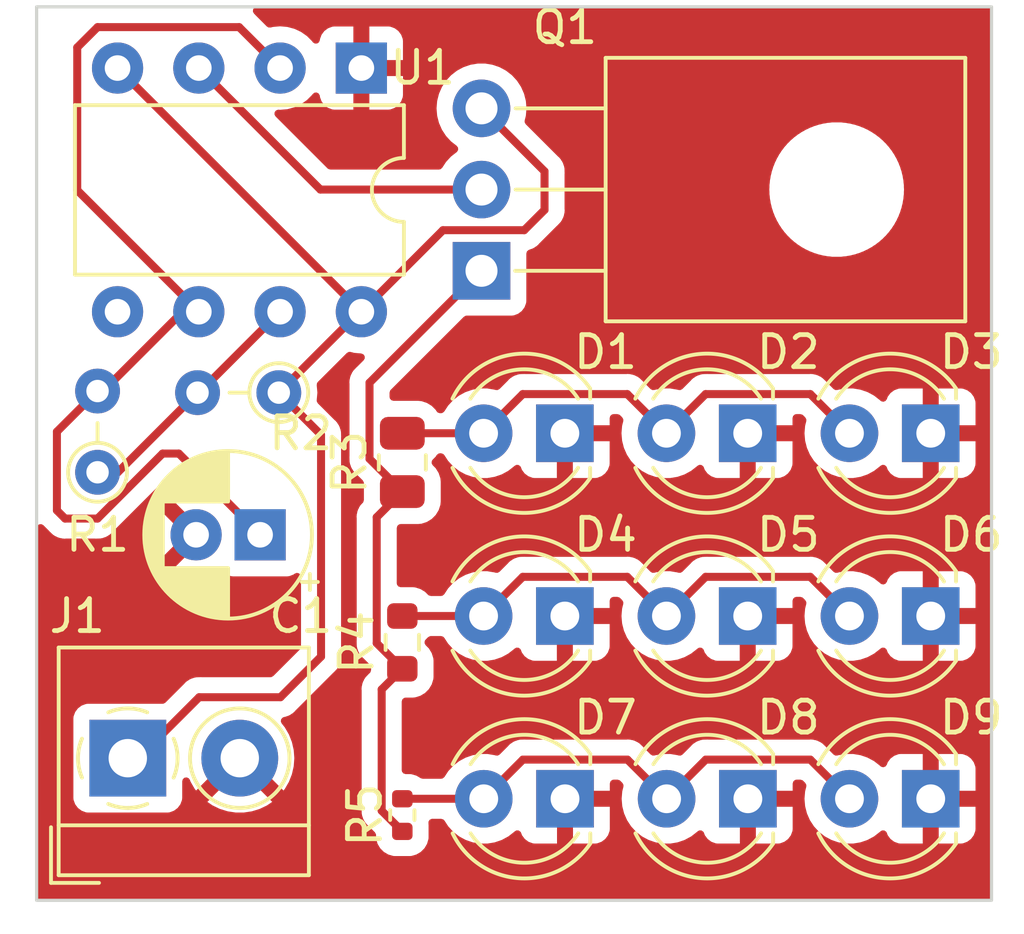
<source format=kicad_pcb>
(kicad_pcb (version 20221018) (generator pcbnew)
  (layers (0 "F.Cu" signal) (31 "B.Cu" signal) (34 "B.Paste" user) (35 "F.Paste" user) (36 "B.SilkS" user "B.Silkscreen") (37 "F.SilkS" user "F.Silkscreen") (38 "B.Mask" user) (39 "F.Mask" user) (44 "Edge.Cuts" user))
  (net 0 "")
  (net 1 "/THR")
  (net 2 "GND")
  (net 3 "+9V")
  (net 4 "Net-(D1-A)")
  (net 5 "Net-(D4-A)")
  (net 6 "Net-(D7-A)")
  (net 7 "Net-(Q1-D)")
  (net 8 "Net-(Q1-G)")
  (net 9 "Net-(U1-DIS)")
  (footprint "Capacitor_THT:CP_Radial_D5.0mm_P2.00mm" (layer "F.Cu") (at 161.29 93.98 180)
    (fp_text reference "C1" (at -1.27 -2.54) (layer "F.SilkS"))
    (fp_text value "10uf")
    (fp_line (start -1.804775 -1.475) (end -1.304775 -1.475) (stroke (width 0.12)) (layer "F.SilkS"))
    (fp_line (start -1.554775 -1.725) (end -1.554775 -1.225) (stroke (width 0.12)) (layer "F.SilkS"))
    (fp_line (start 1 -2.58) (end 1 -1.04) (stroke (width 0.12)) (layer "F.SilkS"))
    (fp_line (start 1 1.04) (end 1 2.58) (stroke (width 0.12)) (layer "F.SilkS"))
    (fp_line (start 1.04 -2.58) (end 1.04 -1.04) (stroke (width 0.12)) (layer "F.SilkS"))
    (fp_line (start 1.04 1.04) (end 1.04 2.58) (stroke (width 0.12)) (layer "F.SilkS"))
    (fp_line (start 1.08 -2.579) (end 1.08 -1.04) (stroke (width 0.12)) (layer "F.SilkS"))
    (fp_line (start 1.08 1.04) (end 1.08 2.579) (stroke (width 0.12)) (layer "F.SilkS"))
    (fp_line (start 1.12 -2.578) (end 1.12 -1.04) (stroke (width 0.12)) (layer "F.SilkS"))
    (fp_line (start 1.12 1.04) (end 1.12 2.578) (stroke (width 0.12)) (layer "F.SilkS"))
    (fp_line (start 1.16 -2.576) (end 1.16 -1.04) (stroke (width 0.12)) (layer "F.SilkS"))
    (fp_line (start 1.16 1.04) (end 1.16 2.576) (stroke (width 0.12)) (layer "F.SilkS"))
    (fp_line (start 1.2 -2.573) (end 1.2 -1.04) (stroke (width 0.12)) (layer "F.SilkS"))
    (fp_line (start 1.2 1.04) (end 1.2 2.573) (stroke (width 0.12)) (layer "F.SilkS"))
    (fp_line (start 1.24 -2.569) (end 1.24 -1.04) (stroke (width 0.12)) (layer "F.SilkS"))
    (fp_line (start 1.24 1.04) (end 1.24 2.569) (stroke (width 0.12)) (layer "F.SilkS"))
    (fp_line (start 1.28 -2.565) (end 1.28 -1.04) (stroke (width 0.12)) (layer "F.SilkS"))
    (fp_line (start 1.28 1.04) (end 1.28 2.565) (stroke (width 0.12)) (layer "F.SilkS"))
    (fp_line (start 1.32 -2.561) (end 1.32 -1.04) (stroke (width 0.12)) (layer "F.SilkS"))
    (fp_line (start 1.32 1.04) (end 1.32 2.561) (stroke (width 0.12)) (layer "F.SilkS"))
    (fp_line (start 1.36 -2.556) (end 1.36 -1.04) (stroke (width 0.12)) (layer "F.SilkS"))
    (fp_line (start 1.36 1.04) (end 1.36 2.556) (stroke (width 0.12)) (layer "F.SilkS"))
    (fp_line (start 1.4 -2.55) (end 1.4 -1.04) (stroke (width 0.12)) (layer "F.SilkS"))
    (fp_line (start 1.4 1.04) (end 1.4 2.55) (stroke (width 0.12)) (layer "F.SilkS"))
    (fp_line (start 1.44 -2.543) (end 1.44 -1.04) (stroke (width 0.12)) (layer "F.SilkS"))
    (fp_line (start 1.44 1.04) (end 1.44 2.543) (stroke (width 0.12)) (layer "F.SilkS"))
    (fp_line (start 1.48 -2.536) (end 1.48 -1.04) (stroke (width 0.12)) (layer "F.SilkS"))
    (fp_line (start 1.48 1.04) (end 1.48 2.536) (stroke (width 0.12)) (layer "F.SilkS"))
    (fp_line (start 1.52 -2.528) (end 1.52 -1.04) (stroke (width 0.12)) (layer "F.SilkS"))
    (fp_line (start 1.52 1.04) (end 1.52 2.528) (stroke (width 0.12)) (layer "F.SilkS"))
    (fp_line (start 1.56 -2.52) (end 1.56 -1.04) (stroke (width 0.12)) (layer "F.SilkS"))
    (fp_line (start 1.56 1.04) (end 1.56 2.52) (stroke (width 0.12)) (layer "F.SilkS"))
    (fp_line (start 1.6 -2.511) (end 1.6 -1.04) (stroke (width 0.12)) (layer "F.SilkS"))
    (fp_line (start 1.6 1.04) (end 1.6 2.511) (stroke (width 0.12)) (layer "F.SilkS"))
    (fp_line (start 1.64 -2.501) (end 1.64 -1.04) (stroke (width 0.12)) (layer "F.SilkS"))
    (fp_line (start 1.64 1.04) (end 1.64 2.501) (stroke (width 0.12)) (layer "F.SilkS"))
    (fp_line (start 1.68 -2.491) (end 1.68 -1.04) (stroke (width 0.12)) (layer "F.SilkS"))
    (fp_line (start 1.68 1.04) (end 1.68 2.491) (stroke (width 0.12)) (layer "F.SilkS"))
    (fp_line (start 1.721 -2.48) (end 1.721 -1.04) (stroke (width 0.12)) (layer "F.SilkS"))
    (fp_line (start 1.721 1.04) (end 1.721 2.48) (stroke (width 0.12)) (layer "F.SilkS"))
    (fp_line (start 1.761 -2.468) (end 1.761 -1.04) (stroke (width 0.12)) (layer "F.SilkS"))
    (fp_line (start 1.761 1.04) (end 1.761 2.468) (stroke (width 0.12)) (layer "F.SilkS"))
    (fp_line (start 1.801 -2.455) (end 1.801 -1.04) (stroke (width 0.12)) (layer "F.SilkS"))
    (fp_line (start 1.801 1.04) (end 1.801 2.455) (stroke (width 0.12)) (layer "F.SilkS"))
    (fp_line (start 1.841 -2.442) (end 1.841 -1.04) (stroke (width 0.12)) (layer "F.SilkS"))
    (fp_line (start 1.841 1.04) (end 1.841 2.442) (stroke (width 0.12)) (layer "F.SilkS"))
    (fp_line (start 1.881 -2.428) (end 1.881 -1.04) (stroke (width 0.12)) (layer "F.SilkS"))
    (fp_line (start 1.881 1.04) (end 1.881 2.428) (stroke (width 0.12)) (layer "F.SilkS"))
    (fp_line (start 1.921 -2.414) (end 1.921 -1.04) (stroke (width 0.12)) (layer "F.SilkS"))
    (fp_line (start 1.921 1.04) (end 1.921 2.414) (stroke (width 0.12)) (layer "F.SilkS"))
    (fp_line (start 1.961 -2.398) (end 1.961 -1.04) (stroke (width 0.12)) (layer "F.SilkS"))
    (fp_line (start 1.961 1.04) (end 1.961 2.398) (stroke (width 0.12)) (layer "F.SilkS"))
    (fp_line (start 2.001 -2.382) (end 2.001 -1.04) (stroke (width 0.12)) (layer "F.SilkS"))
    (fp_line (start 2.001 1.04) (end 2.001 2.382) (stroke (width 0.12)) (layer "F.SilkS"))
    (fp_line (start 2.041 -2.365) (end 2.041 -1.04) (stroke (width 0.12)) (layer "F.SilkS"))
    (fp_line (start 2.041 1.04) (end 2.041 2.365) (stroke (width 0.12)) (layer "F.SilkS"))
    (fp_line (start 2.081 -2.348) (end 2.081 -1.04) (stroke (width 0.12)) (layer "F.SilkS"))
    (fp_line (start 2.081 1.04) (end 2.081 2.348) (stroke (width 0.12)) (layer "F.SilkS"))
    (fp_line (start 2.121 -2.329) (end 2.121 -1.04) (stroke (width 0.12)) (layer "F.SilkS"))
    (fp_line (start 2.121 1.04) (end 2.121 2.329) (stroke (width 0.12)) (layer "F.SilkS"))
    (fp_line (start 2.161 -2.31) (end 2.161 -1.04) (stroke (width 0.12)) (layer "F.SilkS"))
    (fp_line (start 2.161 1.04) (end 2.161 2.31) (stroke (width 0.12)) (layer "F.SilkS"))
    (fp_line (start 2.201 -2.29) (end 2.201 -1.04) (stroke (width 0.12)) (layer "F.SilkS"))
    (fp_line (start 2.201 1.04) (end 2.201 2.29) (stroke (width 0.12)) (layer "F.SilkS"))
    (fp_line (start 2.241 -2.268) (end 2.241 -1.04) (stroke (width 0.12)) (layer "F.SilkS"))
    (fp_line (start 2.241 1.04) (end 2.241 2.268) (stroke (width 0.12)) (layer "F.SilkS"))
    (fp_line (start 2.281 -2.247) (end 2.281 -1.04) (stroke (width 0.12)) (layer "F.SilkS"))
    (fp_line (start 2.281 1.04) (end 2.281 2.247) (stroke (width 0.12)) (layer "F.SilkS"))
    (fp_line (start 2.321 -2.224) (end 2.321 -1.04) (stroke (width 0.12)) (layer "F.SilkS"))
    (fp_line (start 2.321 1.04) (end 2.321 2.224) (stroke (width 0.12)) (layer "F.SilkS"))
    (fp_line (start 2.361 -2.2) (end 2.361 -1.04) (stroke (width 0.12)) (layer "F.SilkS"))
    (fp_line (start 2.361 1.04) (end 2.361 2.2) (stroke (width 0.12)) (layer "F.SilkS"))
    (fp_line (start 2.401 -2.175) (end 2.401 -1.04) (stroke (width 0.12)) (layer "F.SilkS"))
    (fp_line (start 2.401 1.04) (end 2.401 2.175) (stroke (width 0.12)) (layer "F.SilkS"))
    (fp_line (start 2.441 -2.149) (end 2.441 -1.04) (stroke (width 0.12)) (layer "F.SilkS"))
    (fp_line (start 2.441 1.04) (end 2.441 2.149) (stroke (width 0.12)) (layer "F.SilkS"))
    (fp_line (start 2.481 -2.122) (end 2.481 -1.04) (stroke (width 0.12)) (layer "F.SilkS"))
    (fp_line (start 2.481 1.04) (end 2.481 2.122) (stroke (width 0.12)) (layer "F.SilkS"))
    (fp_line (start 2.521 -2.095) (end 2.521 -1.04) (stroke (width 0.12)) (layer "F.SilkS"))
    (fp_line (start 2.521 1.04) (end 2.521 2.095) (stroke (width 0.12)) (layer "F.SilkS"))
    (fp_line (start 2.561 -2.065) (end 2.561 -1.04) (stroke (width 0.12)) (layer "F.SilkS"))
    (fp_line (start 2.561 1.04) (end 2.561 2.065) (stroke (width 0.12)) (layer "F.SilkS"))
    (fp_line (start 2.601 -2.035) (end 2.601 -1.04) (stroke (width 0.12)) (layer "F.SilkS"))
    (fp_line (start 2.601 1.04) (end 2.601 2.035) (stroke (width 0.12)) (layer "F.SilkS"))
    (fp_line (start 2.641 -2.004) (end 2.641 -1.04) (stroke (width 0.12)) (layer "F.SilkS"))
    (fp_line (start 2.641 1.04) (end 2.641 2.004) (stroke (width 0.12)) (layer "F.SilkS"))
    (fp_line (start 2.681 -1.971) (end 2.681 -1.04) (stroke (width 0.12)) (layer "F.SilkS"))
    (fp_line (start 2.681 1.04) (end 2.681 1.971) (stroke (width 0.12)) (layer "F.SilkS"))
    (fp_line (start 2.721 -1.937) (end 2.721 -1.04) (stroke (width 0.12)) (layer "F.SilkS"))
    (fp_line (start 2.721 1.04) (end 2.721 1.937) (stroke (width 0.12)) (layer "F.SilkS"))
    (fp_line (start 2.761 -1.901) (end 2.761 -1.04) (stroke (width 0.12)) (layer "F.SilkS"))
    (fp_line (start 2.761 1.04) (end 2.761 1.901) (stroke (width 0.12)) (layer "F.SilkS"))
    (fp_line (start 2.801 -1.864) (end 2.801 -1.04) (stroke (width 0.12)) (layer "F.SilkS"))
    (fp_line (start 2.801 1.04) (end 2.801 1.864) (stroke (width 0.12)) (layer "F.SilkS"))
    (fp_line (start 2.841 -1.826) (end 2.841 -1.04) (stroke (width 0.12)) (layer "F.SilkS"))
    (fp_line (start 2.841 1.04) (end 2.841 1.826) (stroke (width 0.12)) (layer "F.SilkS"))
    (fp_line (start 2.881 -1.785) (end 2.881 -1.04) (stroke (width 0.12)) (layer "F.SilkS"))
    (fp_line (start 2.881 1.04) (end 2.881 1.785) (stroke (width 0.12)) (layer "F.SilkS"))
    (fp_line (start 2.921 -1.743) (end 2.921 -1.04) (stroke (width 0.12)) (layer "F.SilkS"))
    (fp_line (start 2.921 1.04) (end 2.921 1.743) (stroke (width 0.12)) (layer "F.SilkS"))
    (fp_line (start 2.961 -1.699) (end 2.961 -1.04) (stroke (width 0.12)) (layer "F.SilkS"))
    (fp_line (start 2.961 1.04) (end 2.961 1.699) (stroke (width 0.12)) (layer "F.SilkS"))
    (fp_line (start 3.001 -1.653) (end 3.001 -1.04) (stroke (width 0.12)) (layer "F.SilkS"))
    (fp_line (start 3.001 1.04) (end 3.001 1.653) (stroke (width 0.12)) (layer "F.SilkS"))
    (fp_line (start 3.041 -1.605) (end 3.041 1.605) (stroke (width 0.12)) (layer "F.SilkS"))
    (fp_line (start 3.081 -1.554) (end 3.081 1.554) (stroke (width 0.12)) (layer "F.SilkS"))
    (fp_line (start 3.121 -1.5) (end 3.121 1.5) (stroke (width 0.12)) (layer "F.SilkS"))
    (fp_line (start 3.161 -1.443) (end 3.161 1.443) (stroke (width 0.12)) (layer "F.SilkS"))
    (fp_line (start 3.201 -1.383) (end 3.201 1.383) (stroke (width 0.12)) (layer "F.SilkS"))
    (fp_line (start 3.241 -1.319) (end 3.241 1.319) (stroke (width 0.12)) (layer "F.SilkS"))
    (fp_line (start 3.281 -1.251) (end 3.281 1.251) (stroke (width 0.12)) (layer "F.SilkS"))
    (fp_line (start 3.321 -1.178) (end 3.321 1.178) (stroke (width 0.12)) (layer "F.SilkS"))
    (fp_line (start 3.361 -1.098) (end 3.361 1.098) (stroke (width 0.12)) (layer "F.SilkS"))
    (fp_line (start 3.401 -1.011) (end 3.401 1.011) (stroke (width 0.12)) (layer "F.SilkS"))
    (fp_line (start 3.441 -0.915) (end 3.441 0.915) (stroke (width 0.12)) (layer "F.SilkS"))
    (fp_line (start 3.481 -0.805) (end 3.481 0.805) (stroke (width 0.12)) (layer "F.SilkS"))
    (fp_line (start 3.521 -0.677) (end 3.521 0.677) (stroke (width 0.12)) (layer "F.SilkS"))
    (fp_line (start 3.561 -0.518) (end 3.561 0.518) (stroke (width 0.12)) (layer "F.SilkS"))
    (fp_line (start 3.601 -0.284) (end 3.601 0.284) (stroke (width 0.12)) (layer "F.SilkS"))
    (fp_circle (center 1 0) (end 3.62 0) (stroke (width 0.12)) (fill none) (layer "F.SilkS"))
    (pad "1" thru_hole rect (at 0 0 180) (size 1.6 1.6) (drill 0.8) (layers "*.Cu" "*.Mask") (net 1 "/THR"))
    (pad "2" thru_hole circle (at 2 0 180) (size 1.6 1.6) (drill 0.8) (layers "*.Cu" "*.Mask") (net 2 "GND"))
  )
  (footprint "TerminalBlock_4Ucon:TerminalBlock_4Ucon_1x02_P3.50mm_Horizontal" (layer "F.Cu") (at 157.155 100.965)
    (fp_text reference "J1" (at -1.58 -4.445) (layer "F.SilkS"))
    (fp_text value "Terminal Block")
    (fp_line (start -2.4 2.16) (end -2.4 3.9) (stroke (width 0.12)) (layer "F.SilkS"))
    (fp_line (start -2.4 3.9) (end -0.9 3.9) (stroke (width 0.12)) (layer "F.SilkS"))
    (fp_line (start -2.16 -3.46) (end -2.16 3.66) (stroke (width 0.12)) (layer "F.SilkS"))
    (fp_line (start -2.16 -3.46) (end 5.66 -3.46) (stroke (width 0.12)) (layer "F.SilkS"))
    (fp_line (start -2.16 2.1) (end 5.66 2.1) (stroke (width 0.12)) (layer "F.SilkS"))
    (fp_line (start -2.16 3.66) (end 5.66 3.66) (stroke (width 0.12)) (layer "F.SilkS"))
    (fp_line (start 5.66 -3.46) (end 5.66 3.66) (stroke (width 0.12)) (layer "F.SilkS"))
    (fp_arc (start -1.432109 0.607742) (mid -1.555727 -0.00014) (end -1.432 -0.608) (stroke (width 0.12)) (layer "F.SilkS"))
    (fp_arc (start -0.607742 -1.432109) (mid 0.00014 -1.555727) (end 0.608 -1.432) (stroke (width 0.12)) (layer "F.SilkS"))
    (fp_arc (start 0.027011 1.555493) (mid -0.296984 1.527118) (end -0.608 1.432) (stroke (width 0.12)) (layer "F.SilkS"))
    (fp_arc (start 0.607587 1.431385) (mid 0.310017 1.523783) (end 0 1.555) (stroke (width 0.12)) (layer "F.SilkS"))
    (fp_arc (start 1.432109 -0.607742) (mid 1.555727 0.00014) (end 1.432 0.608) (stroke (width 0.12)) (layer "F.SilkS"))
    (fp_circle (center 3.5 0) (end 5.055 0) (stroke (width 0.12)) (fill none) (layer "F.SilkS"))
    (pad "1" thru_hole rect (at 0 0) (size 2.4 2.4) (drill 1.2) (layers "*.Cu" "*.Mask") (net 3 "+9V"))
    (pad "2" thru_hole circle (at 3.5 0) (size 2.4 2.4) (drill 1.2) (layers "*.Cu" "*.Mask") (net 2 "GND"))
  )
  (footprint "LED_THT:LED_D4.0mm" (layer "F.Cu") (at 176.53 96.52 180)
    (fp_text reference "D5" (at -1.27 2.54) (layer "F.SilkS"))
    (fp_text value "Blue")
    (fp_line (start -0.79 -1.399) (end -0.79 -1.08) (stroke (width 0.12)) (layer "F.SilkS"))
    (fp_line (start -0.79 1.08) (end -0.79 1.399) (stroke (width 0.12)) (layer "F.SilkS"))
    (fp_arc (start -0.79 -1.398749) (mid 1.453519 -2.483228) (end 3.513242 -1.080724) (stroke (width 0.12)) (layer "F.SilkS"))
    (fp_arc (start -0.41333 -1.08) (mid 1.269429 -2) (end 2.952713 -1.080961) (stroke (width 0.12)) (layer "F.SilkS"))
    (fp_arc (start 2.952713 1.080961) (mid 1.269429 2) (end -0.41333 1.08) (stroke (width 0.12)) (layer "F.SilkS"))
    (fp_arc (start 3.513242 1.080724) (mid 1.453519 2.483228) (end -0.79 1.398749) (stroke (width 0.12)) (layer "F.SilkS"))
    (pad "1" thru_hole rect (at 0 0 180) (size 1.8 1.8) (drill 0.9) (layers "*.Cu" "*.Mask") (net 2 "GND"))
    (pad "2" thru_hole circle (at 2.54 0 180) (size 1.8 1.8) (drill 0.9) (layers "*.Cu" "*.Mask") (net 5 "Net-(D4-A)"))
  )
  (footprint "Package_DIP:DIP-8_W7.62mm" (layer "F.Cu") (at 164.455 79.385 -90)
    (fp_text reference "U1" (at -0.01 -1.915 -180) (layer "F.SilkS"))
    (fp_text value "LM555xN")
    (fp_line (start 1.16 -1.33) (end 1.16 8.95) (stroke (width 0.12)) (layer "F.SilkS"))
    (fp_line (start 1.16 8.95) (end 6.46 8.95) (stroke (width 0.12)) (layer "F.SilkS"))
    (fp_line (start 2.81 -1.33) (end 1.16 -1.33) (stroke (width 0.12)) (layer "F.SilkS"))
    (fp_line (start 6.46 -1.33) (end 4.81 -1.33) (stroke (width 0.12)) (layer "F.SilkS"))
    (fp_line (start 6.46 8.95) (end 6.46 -1.33) (stroke (width 0.12)) (layer "F.SilkS"))
    (fp_arc (start 4.81 -1.33) (mid 3.81 -0.33) (end 2.81 -1.33) (stroke (width 0.12)) (layer "F.SilkS"))
    (pad "1" thru_hole rect (at 0 0 270) (size 1.6 1.6) (drill 0.8) (layers "*.Cu" "*.Mask") (net 2 "GND"))
    (pad "2" thru_hole oval (at 0 2.54 270) (size 1.6 1.6) (drill 0.8) (layers "*.Cu" "*.Mask") (net 1 "/THR"))
    (pad "3" thru_hole oval (at 0 5.08 270) (size 1.6 1.6) (drill 0.8) (layers "*.Cu" "*.Mask") (net 8 "Net-(Q1-G)"))
    (pad "4" thru_hole oval (at 0 7.62 270) (size 1.6 1.6) (drill 0.8) (layers "*.Cu" "*.Mask") (net 3 "+9V"))
    (pad "5" thru_hole oval (at 7.62 7.62 270) (size 1.6 1.6) (drill 0.8) (layers "*.Cu" "*.Mask"))
    (pad "6" thru_hole oval (at 7.62 5.08 270) (size 1.6 1.6) (drill 0.8) (layers "*.Cu" "*.Mask") (net 1 "/THR"))
    (pad "7" thru_hole oval (at 7.62 2.54 270) (size 1.6 1.6) (drill 0.8) (layers "*.Cu" "*.Mask") (net 9 "Net-(U1-DIS)"))
    (pad "8" thru_hole oval (at 7.62 0 270) (size 1.6 1.6) (drill 0.8) (layers "*.Cu" "*.Mask") (net 3 "+9V"))
  )
  (footprint "LED_THT:LED_D4.0mm" (layer "F.Cu") (at 182.25 102.235 180)
    (fp_text reference "D9" (at -1.265 2.54) (layer "F.SilkS"))
    (fp_text value "Green")
    (fp_line (start -0.79 -1.399) (end -0.79 -1.08) (stroke (width 0.12)) (layer "F.SilkS"))
    (fp_line (start -0.79 1.08) (end -0.79 1.399) (stroke (width 0.12)) (layer "F.SilkS"))
    (fp_arc (start -0.79 -1.398749) (mid 1.453519 -2.483228) (end 3.513242 -1.080724) (stroke (width 0.12)) (layer "F.SilkS"))
    (fp_arc (start -0.41333 -1.08) (mid 1.269429 -2) (end 2.952713 -1.080961) (stroke (width 0.12)) (layer "F.SilkS"))
    (fp_arc (start 2.952713 1.080961) (mid 1.269429 2) (end -0.41333 1.08) (stroke (width 0.12)) (layer "F.SilkS"))
    (fp_arc (start 3.513242 1.080724) (mid 1.453519 2.483228) (end -0.79 1.398749) (stroke (width 0.12)) (layer "F.SilkS"))
    (pad "1" thru_hole rect (at 0 0 180) (size 1.8 1.8) (drill 0.9) (layers "*.Cu" "*.Mask") (net 2 "GND"))
    (pad "2" thru_hole circle (at 2.54 0 180) (size 1.8 1.8) (drill 0.9) (layers "*.Cu" "*.Mask") (net 6 "Net-(D7-A)"))
  )
  (footprint "Resistor_SMD:R_0603_1608Metric" (layer "F.Cu") (at 165.735 97.345 90)
    (fp_text reference "R4" (at 0 -1.43 90) (layer "F.SilkS"))
    (fp_text value "500")
    (fp_line (start -0.237258 -0.5225) (end 0.237258 -0.5225) (stroke (width 0.12)) (layer "F.SilkS"))
    (fp_line (start -0.237258 0.5225) (end 0.237258 0.5225) (stroke (width 0.12)) (layer "F.SilkS"))
    (pad "1" smd roundrect (at -0.825 0 90) (size 0.8 0.95) (layers "F.Cu" "F.Paste" "F.Mask") (net 7 "Net-(Q1-D)"))
    (pad "2" smd roundrect (at 0.825 0 90) (size 0.8 0.95) (layers "F.Cu" "F.Paste" "F.Mask") (net 5 "Net-(D4-A)"))
  )
  (footprint "Resistor_THT:R_Axial_DIN0204_L3.6mm_D1.6mm_P2.54mm_Vertical" (layer "F.Cu") (at 156.21 92.025 90)
    (fp_text reference "R1" (at -1.955 0 180) (layer "F.SilkS"))
    (fp_text value "50K")
    (fp_line (start 0.92 0) (end 1.54 0) (stroke (width 0.12)) (layer "F.SilkS"))
    (fp_circle (center 0 0) (end 0.92 0) (stroke (width 0.12)) (fill none) (layer "F.SilkS"))
    (pad "1" thru_hole circle (at 0 0 90) (size 1.4 1.4) (drill 0.7) (layers "*.Cu" "*.Mask") (net 9 "Net-(U1-DIS)"))
    (pad "2" thru_hole oval (at 2.54 0 90) (size 1.4 1.4) (drill 0.7) (layers "*.Cu" "*.Mask") (net 1 "/THR"))
  )
  (footprint "Resistor_THT:R_Axial_DIN0204_L3.6mm_D1.6mm_P2.54mm_Vertical" (layer "F.Cu") (at 161.875 89.535 180)
    (fp_text reference "R2" (at -0.685 -1.27) (layer "F.SilkS"))
    (fp_text value "50K")
    (fp_line (start 0.92 0) (end 1.54 0) (stroke (width 0.12)) (layer "F.SilkS"))
    (fp_circle (center 0 0) (end 0.92 0) (stroke (width 0.12)) (fill none) (layer "F.SilkS"))
    (pad "1" thru_hole circle (at 0 0 180) (size 1.4 1.4) (drill 0.7) (layers "*.Cu" "*.Mask") (net 3 "+9V"))
    (pad "2" thru_hole oval (at 2.54 0 180) (size 1.4 1.4) (drill 0.7) (layers "*.Cu" "*.Mask") (net 9 "Net-(U1-DIS)"))
  )
  (footprint "LED_THT:LED_D4.0mm" (layer "F.Cu") (at 182.25 90.805 180)
    (fp_text reference "D3" (at -1.265 2.54) (layer "F.SilkS"))
    (fp_text value "Green")
    (fp_line (start -0.79 -1.399) (end -0.79 -1.08) (stroke (width 0.12)) (layer "F.SilkS"))
    (fp_line (start -0.79 1.08) (end -0.79 1.399) (stroke (width 0.12)) (layer "F.SilkS"))
    (fp_arc (start -0.79 -1.398749) (mid 1.453519 -2.483228) (end 3.513242 -1.080724) (stroke (width 0.12)) (layer "F.SilkS"))
    (fp_arc (start -0.41333 -1.08) (mid 1.269429 -2) (end 2.952713 -1.080961) (stroke (width 0.12)) (layer "F.SilkS"))
    (fp_arc (start 2.952713 1.080961) (mid 1.269429 2) (end -0.41333 1.08) (stroke (width 0.12)) (layer "F.SilkS"))
    (fp_arc (start 3.513242 1.080724) (mid 1.453519 2.483228) (end -0.79 1.398749) (stroke (width 0.12)) (layer "F.SilkS"))
    (pad "1" thru_hole rect (at 0 0 180) (size 1.8 1.8) (drill 0.9) (layers "*.Cu" "*.Mask") (net 2 "GND"))
    (pad "2" thru_hole circle (at 2.54 0 180) (size 1.8 1.8) (drill 0.9) (layers "*.Cu" "*.Mask") (net 4 "Net-(D1-A)"))
  )
  (footprint "Package_TO_SOT_THT:TO-126-3_Horizontal_TabUp" (layer "F.Cu") (at 168.21 85.725 90)
    (fp_text reference "Q1" (at 7.62 2.605 180) (layer "F.SilkS"))
    (fp_text value "NMOS")
    (fp_line (start -1.58 3.88) (end -1.58 15.12) (stroke (width 0.12)) (layer "F.SilkS"))
    (fp_line (start -1.58 3.88) (end 6.66 3.88) (stroke (width 0.12)) (layer "F.SilkS"))
    (fp_line (start -1.58 15.12) (end 6.66 15.12) (stroke (width 0.12)) (layer "F.SilkS"))
    (fp_line (start 0 1.05) (end 0 3.88) (stroke (width 0.12)) (layer "F.SilkS"))
    (fp_line (start 2.54 1.066) (end 2.54 3.88) (stroke (width 0.12)) (layer "F.SilkS"))
    (fp_line (start 5.08 1.066) (end 5.08 3.88) (stroke (width 0.12)) (layer "F.SilkS"))
    (fp_line (start 6.66 3.88) (end 6.66 15.12) (stroke (width 0.12)) (layer "F.SilkS"))
    (pad "" np_thru_hole oval (at 2.54 11.1 90) (size 3.2 3.2) (drill 3.2) (layers "*.Cu" "*.Mask"))
    (pad "1" thru_hole rect (at 0 0 90) (size 1.8 1.8) (drill 1) (layers "*.Cu" "*.Mask") (net 7 "Net-(Q1-D)"))
    (pad "2" thru_hole oval (at 2.54 0 90) (size 1.8 1.8) (drill 1) (layers "*.Cu" "*.Mask") (net 8 "Net-(Q1-G)"))
    (pad "3" thru_hole oval (at 5.08 0 90) (size 1.8 1.8) (drill 1) (layers "*.Cu" "*.Mask") (net 3 "+9V"))
  )
  (footprint "LED_THT:LED_D4.0mm" (layer "F.Cu") (at 170.815 96.52 180)
    (fp_text reference "D4" (at -1.27 2.54) (layer "F.SilkS"))
    (fp_text value "Red")
    (fp_line (start -0.79 -1.399) (end -0.79 -1.08) (stroke (width 0.12)) (layer "F.SilkS"))
    (fp_line (start -0.79 1.08) (end -0.79 1.399) (stroke (width 0.12)) (layer "F.SilkS"))
    (fp_arc (start -0.79 -1.398749) (mid 1.453519 -2.483228) (end 3.513242 -1.080724) (stroke (width 0.12)) (layer "F.SilkS"))
    (fp_arc (start -0.41333 -1.08) (mid 1.269429 -2) (end 2.952713 -1.080961) (stroke (width 0.12)) (layer "F.SilkS"))
    (fp_arc (start 2.952713 1.080961) (mid 1.269429 2) (end -0.41333 1.08) (stroke (width 0.12)) (layer "F.SilkS"))
    (fp_arc (start 3.513242 1.080724) (mid 1.453519 2.483228) (end -0.79 1.398749) (stroke (width 0.12)) (layer "F.SilkS"))
    (pad "1" thru_hole rect (at 0 0 180) (size 1.8 1.8) (drill 0.9) (layers "*.Cu" "*.Mask") (net 2 "GND"))
    (pad "2" thru_hole circle (at 2.54 0 180) (size 1.8 1.8) (drill 0.9) (layers "*.Cu" "*.Mask") (net 5 "Net-(D4-A)"))
  )
  (footprint "LED_THT:LED_D4.0mm" (layer "F.Cu") (at 182.25 96.52 180)
    (fp_text reference "D6" (at -1.265 2.54) (layer "F.SilkS"))
    (fp_text value "Green")
    (fp_line (start -0.79 -1.399) (end -0.79 -1.08) (stroke (width 0.12)) (layer "F.SilkS"))
    (fp_line (start -0.79 1.08) (end -0.79 1.399) (stroke (width 0.12)) (layer "F.SilkS"))
    (fp_arc (start -0.79 -1.398749) (mid 1.453519 -2.483228) (end 3.513242 -1.080724) (stroke (width 0.12)) (layer "F.SilkS"))
    (fp_arc (start -0.41333 -1.08) (mid 1.269429 -2) (end 2.952713 -1.080961) (stroke (width 0.12)) (layer "F.SilkS"))
    (fp_arc (start 2.952713 1.080961) (mid 1.269429 2) (end -0.41333 1.08) (stroke (width 0.12)) (layer "F.SilkS"))
    (fp_arc (start 3.513242 1.080724) (mid 1.453519 2.483228) (end -0.79 1.398749) (stroke (width 0.12)) (layer "F.SilkS"))
    (pad "1" thru_hole rect (at 0 0 180) (size 1.8 1.8) (drill 0.9) (layers "*.Cu" "*.Mask") (net 2 "GND"))
    (pad "2" thru_hole circle (at 2.54 0 180) (size 1.8 1.8) (drill 0.9) (layers "*.Cu" "*.Mask") (net 5 "Net-(D4-A)"))
  )
  (footprint "Resistor_SMD:R_0805_2012Metric" (layer "F.Cu") (at 165.735 91.7175 90)
    (fp_text reference "R3" (at 0 -1.65 90) (layer "F.SilkS"))
    (fp_text value "500")
    (fp_line (start -0.227064 -0.735) (end 0.227064 -0.735) (stroke (width 0.12)) (layer "F.SilkS"))
    (fp_line (start -0.227064 0.735) (end 0.227064 0.735) (stroke (width 0.12)) (layer "F.SilkS"))
    (pad "1" smd roundrect (at -0.9125 0 90) (size 1.025 1.4) (layers "F.Cu" "F.Paste" "F.Mask") (roundrect_rratio 0.243902) (net 7 "Net-(Q1-D)"))
    (pad "2" smd roundrect (at 0.9125 0 90) (size 1.025 1.4) (layers "F.Cu" "F.Paste" "F.Mask") (roundrect_rratio 0.243902) (net 4 "Net-(D1-A)"))
  )
  (footprint "LED_THT:LED_D4.0mm" (layer "F.Cu") (at 176.535 102.235 180)
    (fp_text reference "D8" (at -1.265 2.54) (layer "F.SilkS"))
    (fp_text value "Blue")
    (fp_line (start -0.79 -1.399) (end -0.79 -1.08) (stroke (width 0.12)) (layer "F.SilkS"))
    (fp_line (start -0.79 1.08) (end -0.79 1.399) (stroke (width 0.12)) (layer "F.SilkS"))
    (fp_arc (start -0.79 -1.398749) (mid 1.453519 -2.483228) (end 3.513242 -1.080724) (stroke (width 0.12)) (layer "F.SilkS"))
    (fp_arc (start -0.41333 -1.08) (mid 1.269429 -2) (end 2.952713 -1.080961) (stroke (width 0.12)) (layer "F.SilkS"))
    (fp_arc (start 2.952713 1.080961) (mid 1.269429 2) (end -0.41333 1.08) (stroke (width 0.12)) (layer "F.SilkS"))
    (fp_arc (start 3.513242 1.080724) (mid 1.453519 2.483228) (end -0.79 1.398749) (stroke (width 0.12)) (layer "F.SilkS"))
    (pad "1" thru_hole rect (at 0 0 180) (size 1.8 1.8) (drill 0.9) (layers "*.Cu" "*.Mask") (net 2 "GND"))
    (pad "2" thru_hole circle (at 2.54 0 180) (size 1.8 1.8) (drill 0.9) (layers "*.Cu" "*.Mask") (net 6 "Net-(D7-A)"))
  )
  (footprint "LED_THT:LED_D4.0mm" (layer "F.Cu") (at 170.815 90.805 180)
    (fp_text reference "D1" (at -1.27 2.54) (layer "F.SilkS"))
    (fp_text value "Red")
    (fp_line (start -0.79 -1.399) (end -0.79 -1.08) (stroke (width 0.12)) (layer "F.SilkS"))
    (fp_line (start -0.79 1.08) (end -0.79 1.399) (stroke (width 0.12)) (layer "F.SilkS"))
    (fp_arc (start -0.79 -1.398749) (mid 1.453519 -2.483228) (end 3.513242 -1.080724) (stroke (width 0.12)) (layer "F.SilkS"))
    (fp_arc (start -0.41333 -1.08) (mid 1.269429 -2) (end 2.952713 -1.080961) (stroke (width 0.12)) (layer "F.SilkS"))
    (fp_arc (start 2.952713 1.080961) (mid 1.269429 2) (end -0.41333 1.08) (stroke (width 0.12)) (layer "F.SilkS"))
    (fp_arc (start 3.513242 1.080724) (mid 1.453519 2.483228) (end -0.79 1.398749) (stroke (width 0.12)) (layer "F.SilkS"))
    (pad "1" thru_hole rect (at 0 0 180) (size 1.8 1.8) (drill 0.9) (layers "*.Cu" "*.Mask") (net 2 "GND"))
    (pad "2" thru_hole circle (at 2.54 0 180) (size 1.8 1.8) (drill 0.9) (layers "*.Cu" "*.Mask") (net 4 "Net-(D1-A)"))
  )
  (footprint "Resistor_SMD:R_0402_1005Metric" (layer "F.Cu") (at 165.735 102.745 90)
    (fp_text reference "R5" (at 0 -1.17 90) (layer "F.SilkS"))
    (fp_text value "500")
    (fp_line (start -0.153641 -0.38) (end 0.153641 -0.38) (stroke (width 0.12)) (layer "F.SilkS"))
    (fp_line (start -0.153641 0.38) (end 0.153641 0.38) (stroke (width 0.12)) (layer "F.SilkS"))
    (pad "1" smd roundrect (at -0.51 0 90) (size 0.54 0.64) (layers "F.Cu" "F.Paste" "F.Mask") (net 7 "Net-(Q1-D)"))
    (pad "2" smd roundrect (at 0.51 0 90) (size 0.54 0.64) (layers "F.Cu" "F.Paste" "F.Mask") (net 6 "Net-(D7-A)"))
  )
  (footprint "LED_THT:LED_D4.0mm" (layer "F.Cu") (at 176.53 90.805 180)
    (fp_text reference "D2" (at -1.27 2.54) (layer "F.SilkS"))
    (fp_text value "Blue")
    (fp_line (start -0.79 -1.399) (end -0.79 -1.08) (stroke (width 0.12)) (layer "F.SilkS"))
    (fp_line (start -0.79 1.08) (end -0.79 1.399) (stroke (width 0.12)) (layer "F.SilkS"))
    (fp_arc (start -0.79 -1.398749) (mid 1.453519 -2.483228) (end 3.513242 -1.080724) (stroke (width 0.12)) (layer "F.SilkS"))
    (fp_arc (start -0.41333 -1.08) (mid 1.269429 -2) (end 2.952713 -1.080961) (stroke (width 0.12)) (layer "F.SilkS"))
    (fp_arc (start 2.952713 1.080961) (mid 1.269429 2) (end -0.41333 1.08) (stroke (width 0.12)) (layer "F.SilkS"))
    (fp_arc (start 3.513242 1.080724) (mid 1.453519 2.483228) (end -0.79 1.398749) (stroke (width 0.12)) (layer "F.SilkS"))
    (pad "1" thru_hole rect (at 0 0 180) (size 1.8 1.8) (drill 0.9) (layers "*.Cu" "*.Mask") (net 2 "GND"))
    (pad "2" thru_hole circle (at 2.54 0 180) (size 1.8 1.8) (drill 0.9) (layers "*.Cu" "*.Mask") (net 4 "Net-(D1-A)"))
  )
  (footprint "LED_THT:LED_D4.0mm" (layer "F.Cu") (at 170.82 102.235 180)
    (fp_text reference "D7" (at -1.265 2.54) (layer "F.SilkS"))
    (fp_text value "Red")
    (fp_line (start -0.79 -1.399) (end -0.79 -1.08) (stroke (width 0.12)) (layer "F.SilkS"))
    (fp_line (start -0.79 1.08) (end -0.79 1.399) (stroke (width 0.12)) (layer "F.SilkS"))
    (fp_arc (start -0.79 -1.398749) (mid 1.453519 -2.483228) (end 3.513242 -1.080724) (stroke (width 0.12)) (layer "F.SilkS"))
    (fp_arc (start -0.41333 -1.08) (mid 1.269429 -2) (end 2.952713 -1.080961) (stroke (width 0.12)) (layer "F.SilkS"))
    (fp_arc (start 2.952713 1.080961) (mid 1.269429 2) (end -0.41333 1.08) (stroke (width 0.12)) (layer "F.SilkS"))
    (fp_arc (start 3.513242 1.080724) (mid 1.453519 2.483228) (end -0.79 1.398749) (stroke (width 0.12)) (layer "F.SilkS"))
    (pad "1" thru_hole rect (at 0 0 180) (size 1.8 1.8) (drill 0.9) (layers "*.Cu" "*.Mask") (net 2 "GND"))
    (pad "2" thru_hole circle (at 2.54 0 180) (size 1.8 1.8) (drill 0.9) (layers "*.Cu" "*.Mask") (net 6 "Net-(D7-A)"))
  )
  (gr_rect (start 154.305 77.47) (end 184.15 105.41) (stroke (width 0.1)) (fill none) (layer "Edge.Cuts"))
  (segment (start 156.210764 93.472) (end 158.242764 91.44) (width 0.25) (layer "F.Cu") (net 1))
  (segment (start 154.94 93.218) (end 155.194 93.472) (width 0.25) (layer "F.Cu") (net 1))
  (segment (start 155.575 78.74) (end 156.21 78.105) (width 0.25) (layer "F.Cu") (net 1))
  (segment (start 158.75 91.44) (end 161.29 93.98) (width 0.25) (layer "F.Cu") (net 1))
  (segment (start 156.21 89.485) (end 154.94 90.755) (width 0.25) (layer "F.Cu") (net 1))
  (segment (start 159.375 87.005) (end 158.867 87.005) (width 0.25) (layer "F.Cu") (net 1))
  (segment (start 154.94 90.755) (end 154.94 93.218) (width 0.25) (layer "F.Cu") (net 1))
  (segment (start 156.21 78.105) (end 160.635 78.105) (width 0.25) (layer "F.Cu") (net 1))
  (segment (start 155.575 83.205) (end 155.575 78.74) (width 0.25) (layer "F.Cu") (net 1))
  (segment (start 159.375 87.005) (end 155.575 83.205) (width 0.25) (layer "F.Cu") (net 1))
  (segment (start 160.635 78.105) (end 161.915 79.385) (width 0.25) (layer "F.Cu") (net 1))
  (segment (start 158.242764 91.44) (end 158.75 91.44) (width 0.25) (layer "F.Cu") (net 1))
  (segment (start 156.387 89.485) (end 156.21 89.485) (width 0.25) (layer "F.Cu") (net 1))
  (segment (start 155.194 93.472) (end 156.210764 93.472) (width 0.25) (layer "F.Cu") (net 1))
  (segment (start 158.867 87.005) (end 156.387 89.485) (width 0.25) (layer "F.Cu") (net 1))
  (segment (start 161.925 99.06) (end 163.195 97.79) (width 0.25) (layer "F.Cu") (net 3))
  (segment (start 159.385 99.06) (end 161.925 99.06) (width 0.25) (layer "F.Cu") (net 3))
  (segment (start 164.455 87.005) (end 164.405 87.005) (width 0.25) (layer "F.Cu") (net 3))
  (segment (start 170.18 83.82) (end 170.18 82.615) (width 0.25) (layer "F.Cu") (net 3))
  (segment (start 157.155 100.965) (end 157.48 100.965) (width 0.25) (layer "F.Cu") (net 3))
  (segment (start 163.195 90.855) (end 161.875 89.535) (width 0.25) (layer "F.Cu") (net 3))
  (segment (start 164.405 87.005) (end 161.875 89.535) (width 0.25) (layer "F.Cu") (net 3))
  (segment (start 164.455 87.005) (end 167.005 84.455) (width 0.25) (layer "F.Cu") (net 3))
  (segment (start 169.545 84.455) (end 170.18 83.82) (width 0.25) (layer "F.Cu") (net 3))
  (segment (start 163.195 97.79) (end 163.195 90.855) (width 0.25) (layer "F.Cu") (net 3))
  (segment (start 167.005 84.455) (end 169.545 84.455) (width 0.25) (layer "F.Cu") (net 3))
  (segment (start 157.48 100.965) (end 159.385 99.06) (width 0.25) (layer "F.Cu") (net 3))
  (segment (start 156.835 79.385) (end 164.455 87.005) (width 0.25) (layer "F.Cu") (net 3))
  (segment (start 170.18 82.615) (end 168.21 80.645) (width 0.25) (layer "F.Cu") (net 3))
  (segment (start 173.99 90.805) (end 175.215 89.58) (width 0.25) (layer "F.Cu") (net 4))
  (segment (start 175.215 89.58) (end 178.485 89.58) (width 0.25) (layer "F.Cu") (net 4))
  (segment (start 172.765 89.58) (end 173.99 90.805) (width 0.25) (layer "F.Cu") (net 4))
  (segment (start 168.275 90.805) (end 169.5 89.58) (width 0.25) (layer "F.Cu") (net 4))
  (segment (start 178.485 89.58) (end 179.71 90.805) (width 0.25) (layer "F.Cu") (net 4))
  (segment (start 169.5 89.58) (end 172.765 89.58) (width 0.25) (layer "F.Cu") (net 4))
  (segment (start 165.735 90.805) (end 168.275 90.805) (width 0.25) (layer "F.Cu") (net 4))
  (segment (start 178.485 95.295) (end 179.71 96.52) (width 0.25) (layer "F.Cu") (net 5))
  (segment (start 168.275 96.52) (end 169.5 95.295) (width 0.25) (layer "F.Cu") (net 5))
  (segment (start 165.735 96.52) (end 168.275 96.52) (width 0.25) (layer "F.Cu") (net 5))
  (segment (start 172.765 95.295) (end 173.99 96.52) (width 0.25) (layer "F.Cu") (net 5))
  (segment (start 173.99 96.52) (end 175.215 95.295) (width 0.25) (layer "F.Cu") (net 5))
  (segment (start 175.215 95.295) (end 178.485 95.295) (width 0.25) (layer "F.Cu") (net 5))
  (segment (start 169.5 95.295) (end 172.765 95.295) (width 0.25) (layer "F.Cu") (net 5))
  (segment (start 168.28 102.235) (end 169.505 101.01) (width 0.25) (layer "F.Cu") (net 6))
  (segment (start 165.735 102.235) (end 168.28 102.235) (width 0.25) (layer "F.Cu") (net 6))
  (segment (start 178.485 101.01) (end 179.71 102.235) (width 0.25) (layer "F.Cu") (net 6))
  (segment (start 169.505 101.01) (end 172.77 101.01) (width 0.25) (layer "F.Cu") (net 6))
  (segment (start 173.995 102.235) (end 175.22 101.01) (width 0.25) (layer "F.Cu") (net 6))
  (segment (start 172.77 101.01) (end 173.995 102.235) (width 0.25) (layer "F.Cu") (net 6))
  (segment (start 175.22 101.01) (end 178.485 101.01) (width 0.25) (layer "F.Cu") (net 6))
  (segment (start 164.71 91.605) (end 165.735 92.63) (width 0.25) (layer "F.Cu") (net 7))
  (segment (start 164.935 93.43) (end 164.935 97.37) (width 0.25) (layer "F.Cu") (net 7))
  (segment (start 168.21 85.725) (end 168.045431 85.725) (width 0.25) (layer "F.Cu") (net 7))
  (segment (start 165.735 92.63) (end 164.935 93.43) (width 0.25) (layer "F.Cu") (net 7))
  (segment (start 165.735 98.17) (end 165.09 98.815) (width 0.25) (layer "F.Cu") (net 7))
  (segment (start 164.71 89.225) (end 164.71 91.605) (width 0.25) (layer "F.Cu") (net 7))
  (segment (start 164.935 97.37) (end 165.735 98.17) (width 0.25) (layer "F.Cu") (net 7))
  (segment (start 165.09 98.815) (end 165.09 102.61) (width 0.25) (layer "F.Cu") (net 7))
  (segment (start 165.09 102.61) (end 165.735 103.255) (width 0.25) (layer "F.Cu") (net 7))
  (segment (start 168.21 85.725) (end 164.71 89.225) (width 0.25) (layer "F.Cu") (net 7))
  (segment (start 163.175 83.185) (end 168.21 83.185) (width 0.25) (layer "F.Cu") (net 8))
  (segment (start 159.375 79.385) (end 163.175 83.185) (width 0.25) (layer "F.Cu") (net 8))
  (segment (start 159.385 89.535) (end 159.335 89.535) (width 0.25) (layer "F.Cu") (net 9))
  (segment (start 156.845 92.025) (end 156.21 92.025) (width 0.25) (layer "F.Cu") (net 9))
  (segment (start 159.335 89.535) (end 156.845 92.025) (width 0.25) (layer "F.Cu") (net 9))
  (segment (start 161.915 87.005) (end 159.385 89.535) (width 0.25) (layer "F.Cu") (net 9))
  (zone (net 2) (net_name "GND") (layer "F.Cu") (connect_pads (clearance 0.5)) (min_thickness 0.25) (fill yes (thermal_gap 0.5) (thermal_bridge_width 0.5))
    (polygon (pts (xy 184.15 77.47) (xy 154.305 77.47) (xy 154.305 105.41) (xy 184.15 105.41)))
  )
)
</source>
